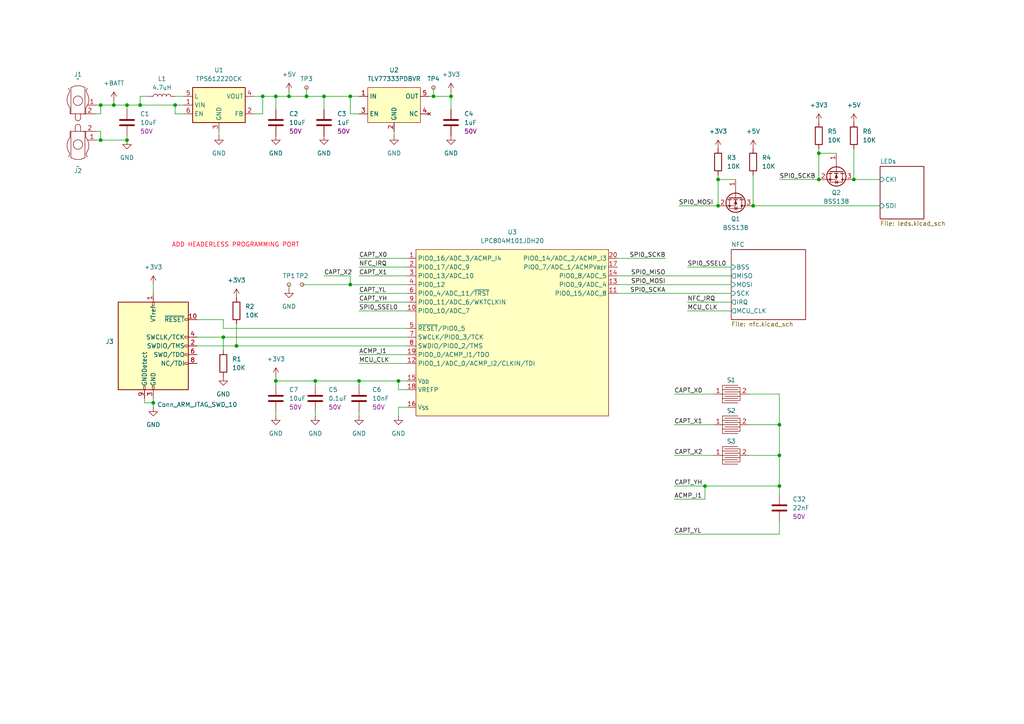
<source format=kicad_sch>
(kicad_sch (version 20231120) (generator "eeschema") (generator_version "8.0")
  (paper "A4")
  (lib_symbols
    (symbol "Connector:Conn_ARM_JTAG_SWD_10" (pin_names (offset 1.016))
      (property "Reference" "J" (at -2.54 16.51 0))
      (property "Value" "Conn_ARM_JTAG_SWD_10" (at -2.54 13.97 0))
      (symbol "Conn_ARM_JTAG_SWD_10_0_1"
        (rectangle (start -10.16 12.7) (end 10.16 -12.7) (stroke (width 0.254)) (fill (type background)))
        (rectangle (start -2.794 -12.7) (end -2.286 -11.684))
        (rectangle (start -0.254 -12.7) (end 0.254 -11.684))
        (rectangle (start -0.254 12.7) (end 0.254 11.684))
        (rectangle (start 9.144 2.286) (end 10.16 2.794))
        (rectangle (start 10.16 -2.794) (end 9.144 -2.286))
        (rectangle (start 10.16 -0.254) (end 9.144 0.254))
        (rectangle (start 10.16 7.874) (end 9.144 7.366))
      )
      (symbol "Conn_ARM_JTAG_SWD_10_1_1"
        (rectangle (start 9.144 -5.334) (end 10.16 -4.826))
        (pin power_in line (at 0 15.24 270) (length 2.54) (name "VTref") (number "1"))
        (pin open_collector line (at 12.7 7.62 180) (length 2.54) (name "~{RESET}") (number "10"))
        (pin bidirectional line (at 12.7 0 180) (length 2.54) (name "SWDIO/TMS") (number "2"))
        (pin power_in line (at 0 -15.24 90) (length 2.54) (name "GND") (number "3"))
        (pin output line (at 12.7 2.54 180) (length 2.54) (name "SWCLK/TCK") (number "4"))
        (pin passive line (at 0 -15.24 90) (length 2.54) hide (name "GND") (number "5"))
        (pin input line (at 12.7 -2.54 180) (length 2.54) (name "SWO/TDO") (number "6"))
        (pin no_connect line (at -10.16 0 0) (length 2.54) hide (name "KEY") (number "7"))
        (pin output line (at 12.7 -5.08 180) (length 2.54) (name "NC/TDI") (number "8"))
        (pin passive line (at -2.54 -15.24 90) (length 2.54) (name "GNDDetect") (number "9"))
      )
    )
    (symbol "Connector:TestPoint_Small" (pin_numbers hide) (pin_names (offset 0.762) hide)
      (property "Reference" "TP" (at 0 3.81 0))
      (property "Value" "TestPoint_Small" (at 0 2.032 0))
      (symbol "TestPoint_Small_0_1"
        (circle (center 0 0) (radius 0.508))
      )
      (symbol "TestPoint_Small_1_1"
        (pin passive line (at 0 0 90) (length 0) (name "1") (number "1"))
      )
    )
    (symbol "Device:C" (pin_numbers hide) (pin_names (offset 0.254))
      (property "Reference" "C" (at 0.635 2.54 0))
      (property "Value" "C" (at 0.635 -2.54 0))
      (symbol "C_0_1"
        (polyline (pts (xy -2.032 -0.762) (xy 2.032 -0.762)) (stroke (width 0.508)))
        (polyline (pts (xy -2.032 0.762) (xy 2.032 0.762)) (stroke (width 0.508)))
      )
      (symbol "C_1_1"
        (pin passive line (at 0 3.81 270) (length 2.794) (name "~") (number "1"))
        (pin passive line (at 0 -3.81 90) (length 2.794) (name "~") (number "2"))
      )
    )
    (symbol "Device:L" (pin_numbers hide) (pin_names (offset 1.016) hide)
      (property "Reference" "L" (at -1.27 0 90))
      (property "Value" "L" (at 1.905 0 90))
      (symbol "L_0_1"
        (arc (start 0 -2.54) (mid 0.6323 -1.905) (end 0 -1.27))
        (arc (start 0 -1.27) (mid 0.6323 -0.635) (end 0 0))
        (arc (start 0 0) (mid 0.6323 0.635) (end 0 1.27))
        (arc (start 0 1.27) (mid 0.6323 1.905) (end 0 2.54))
      )
      (symbol "L_1_1"
        (pin passive line (at 0 3.81 270) (length 1.27) (name "1") (number "1"))
        (pin passive line (at 0 -3.81 90) (length 1.27) (name "2") (number "2"))
      )
    )
    (symbol "Device:R" (pin_numbers hide) (pin_names (offset 0))
      (property "Reference" "R" (at 2.032 0 90))
      (property "Value" "R" (at 0 0 90))
      (symbol "R_0_1"
        (rectangle (start -1.016 -2.54) (end 1.016 2.54) (stroke (width 0.254)))
      )
      (symbol "R_1_1"
        (pin passive line (at 0 3.81 270) (length 1.27) (name "~") (number "1"))
        (pin passive line (at 0 -3.81 90) (length 1.27) (name "~") (number "2"))
      )
    )
    (symbol "Regulator_Switching:TPS61222DCK"
      (property "Reference" "U" (at -7.62 6.35 0))
      (property "Value" "TPS61222DCK" (at 2.54 6.35 0))
      (symbol "TPS61222DCK_0_1"
        (rectangle (start -7.62 5.08) (end 7.62 -5.08) (stroke (width 0.254)) (fill (type background)))
      )
      (symbol "TPS61222DCK_1_1"
        (pin power_in line (at -10.16 0 0) (length 2.54) (name "VIN") (number "1"))
        (pin input line (at 10.16 -2.54 180) (length 2.54) (name "FB") (number "2"))
        (pin power_in line (at 0 -7.62 90) (length 2.54) (name "GND") (number "3"))
        (pin power_out line (at 10.16 2.54 180) (length 2.54) (name "VOUT") (number "4"))
        (pin power_in line (at -10.16 2.54 0) (length 2.54) (name "L") (number "5"))
        (pin input line (at -10.16 -2.54 0) (length 2.54) (name "EN") (number "6"))
      )
    )
    (symbol "Transistor_FET:BSS138" (pin_names hide)
      (property "Reference" "Q" (at 5.08 1.905 0))
      (property "Value" "BSS138" (at 5.08 0 0))
      (symbol "BSS138_0_1"
        (polyline (pts (xy 0.254 0) (xy -2.54 0)))
        (polyline (pts (xy 0.254 1.905) (xy 0.254 -1.905)) (stroke (width 0.254)))
        (polyline (pts (xy 0.762 -1.27) (xy 0.762 -2.286)) (stroke (width 0.254)))
        (polyline (pts (xy 0.762 0.508) (xy 0.762 -0.508)) (stroke (width 0.254)))
        (polyline (pts (xy 0.762 2.286) (xy 0.762 1.27)) (stroke (width 0.254)))
        (polyline (pts (xy 2.54 2.54) (xy 2.54 1.778)))
        (polyline (pts (xy 2.54 -2.54) (xy 2.54 0) (xy 0.762 0)))
        (polyline (pts (xy 0.762 -1.778) (xy 3.302 -1.778) (xy 3.302 1.778) (xy 0.762 1.778)))
        (polyline (pts (xy 1.016 0) (xy 2.032 0.381) (xy 2.032 -0.381) (xy 1.016 0)) (fill (type outline)))
        (polyline (pts (xy 2.794 0.508) (xy 2.921 0.381) (xy 3.683 0.381) (xy 3.81 0.254)))
        (polyline (pts (xy 3.302 0.381) (xy 2.921 -0.254) (xy 3.683 -0.254) (xy 3.302 0.381)))
        (circle (center 1.651 0) (radius 2.794) (stroke (width 0.254)))
        (circle (center 2.54 -1.778) (radius 0.254) (fill (type outline)))
        (circle (center 2.54 1.778) (radius 0.254) (fill (type outline)))
      )
      (symbol "BSS138_1_1"
        (pin input line (at -5.08 0 0) (length 2.54) (name "G") (number "1"))
        (pin passive line (at 2.54 -5.08 90) (length 2.54) (name "S") (number "2"))
        (pin passive line (at 2.54 5.08 270) (length 2.54) (name "D") (number "3"))
      )
    )
    (symbol "parts:CapTouchPad"
      (property "Reference" "S" (at 0 3.81 0))
      (symbol "CapTouchPad_0_1"
        (polyline (pts (xy -1.905 -0.635) (xy 2.54 -0.635)))
        (polyline (pts (xy -1.905 0.635) (xy 2.54 0.635)))
        (polyline (pts (xy 1.905 -1.27) (xy -2.54 -1.27)))
        (polyline (pts (xy 1.905 0) (xy -2.54 0)))
        (polyline (pts (xy 1.905 1.27) (xy -2.54 1.27)))
        (polyline (pts (xy -2.54 0) (xy -2.54 -2.54) (xy 1.905 -2.54)))
        (polyline (pts (xy -2.54 0) (xy -2.54 2.54) (xy 1.905 2.54)))
        (polyline (pts (xy -1.905 1.905) (xy 2.54 1.905) (xy 2.54 -1.905) (xy -1.905 -1.905)))
      )
      (symbol "CapTouchPad_1_1"
        (pin passive line (at -5.08 0 0) (length 2.54) (name "") (number "1"))
        (pin passive line (at 5.08 0 180) (length 2.54) (name "") (number "2"))
      )
    )
    (symbol "parts:Keystone82"
      (property "Reference" "J" (at 2.032 5.842 0))
      (symbol "Keystone82_0_1"
        (arc (start -5.3339 3.556) (mid -5.1979 4.2436) (end -5.5879 4.826))
        (arc (start -5.334 3.556) (mid -5.9436 1.3537) (end -5.08 -0.762))
        (arc (start -3.556 -3.81) (mid -2.794 -4.572) (end -2.032 -3.81))
        (circle (center -2.794 1.27) (radius 1.3678))
        (arc (start -0.508 -0.762) (mid 0.3556 1.3537) (end -0.254 3.556))
        (polyline (pts (xy -4.826 5.08) (xy -4.826 -2.54)))
        (polyline (pts (xy -3.556 -2.54) (xy -3.556 -3.81)))
        (polyline (pts (xy -2.032 -3.81) (xy -2.032 -2.54)))
        (polyline (pts (xy -5.08 -0.762) (xy -5.08 -2.54) (xy -0.508 -2.54) (xy -0.508 -0.762)))
        (polyline (pts (xy -0.762 -2.54) (xy -0.762 5.08) (xy -2.032 5.588) (xy -3.556 5.588) (xy -4.826 5.08)))
        (arc (start 0 4.826) (mid -0.39 4.2436) (end -0.254 3.556))
      )
      (symbol "Keystone82_1_1"
        (pin power_out line (at 2.54 0 180) (length 2.54) (name "") (number "1"))
        (pin power_out line (at 2.54 -2.54 180) (length 3.81) (name "") (number "2"))
      )
    )
    (symbol "parts:LPC804M101JDH20"
      (property "Reference" "U" (at 0.254 7.874 0))
      (property "Value" "LPC804M101JDH20" (at 0 5.334 0))
      (symbol "LPC804M101JDH20_1_1"
        (rectangle (start -27.94 2.54) (end 27.94 -45.72) (fill (type background)))
        (pin bidirectional line (at -30.48 0 0) (length 2.54) (name "PIO0_16/ADC_3/ACMP_I4") (number "1"))
        (pin bidirectional line (at -30.48 -15.24 0) (length 2.54) (name "PIO0_10/ADC_7") (number "10"))
        (pin bidirectional line (at 30.48 -10.16 180) (length 2.54) (name "PIO0_15/ADC_8") (number "11"))
        (pin bidirectional line (at -30.48 -30.48 0) (length 2.54) (name "PIO0_1/ADC_0/ACMP_I2/CLKIN/TDI") (number "12"))
        (pin bidirectional line (at 30.48 -7.62 180) (length 2.54) (name "PIO0_9/ADC_4") (number "13"))
        (pin bidirectional line (at 30.48 -5.08 180) (length 2.54) (name "PIO0_8/ADC_5") (number "14"))
        (pin power_in line (at -30.48 -35.56 0) (length 2.54) (name "V_{DD}") (number "15"))
        (pin power_in line (at -30.48 -43.18 0) (length 2.54) (name "V_{SS}") (number "16"))
        (pin bidirectional line (at 30.48 -2.54 180) (length 2.54) (name "PIO0_7/ADC_1/ACMPV_{REF}") (number "17"))
        (pin bidirectional line (at -30.48 -38.1 0) (length 2.54) (name "VREFP") (number "18"))
        (pin bidirectional line (at -30.48 -27.94 0) (length 2.54) (name "PIO0_0/ACMP_I1/TDO") (number "19"))
        (pin bidirectional line (at -30.48 -2.54 0) (length 2.54) (name "PIO0_17/ADC_9") (number "2"))
        (pin bidirectional line (at 30.48 0 180) (length 2.54) (name "PIO0_14/ADC_2/ACMP_I3") (number "20"))
        (pin bidirectional line (at -30.48 -5.08 0) (length 2.54) (name "PIO0_13/ADC_10") (number "3"))
        (pin bidirectional line (at -30.48 -7.62 0) (length 2.54) (name "PIO0_12") (number "4"))
        (pin bidirectional line (at -30.48 -20.32 0) (length 2.54) (name "~{RESET}/PIO0_5") (number "5"))
        (pin bidirectional line (at -30.48 -10.16 0) (length 2.54) (name "PIO0_4/ADC_11/~{TRST}") (number "6"))
        (pin bidirectional line (at -30.48 -22.86 0) (length 2.54) (name "SWCLK/PIO0_3/TCK") (number "7"))
        (pin bidirectional line (at -30.48 -25.4 0) (length 2.54) (name "SWDIO/PIO0_2/TMS") (number "8"))
        (pin bidirectional line (at -30.48 -12.7 0) (length 2.54) (name "PIO0_11/ADC_6/WKTCLKIN") (number "9"))
      )
    )
    (symbol "parts:TLV77333PDBVR"
      (property "Reference" "U" (at -4.572 4.064 0))
      (property "Value" "TLV77333PDBVR" (at 0 0 0))
      (symbol "TLV77333PDBVR_1_1"
        (rectangle (start -7.62 2.54) (end 7.62 -7.62) (fill (type background)))
        (pin power_in line (at -10.16 0 0) (length 2.54) (name "IN") (number "1"))
        (pin power_in line (at 0 -10.16 90) (length 2.54) (name "GND") (number "2"))
        (pin input line (at -10.16 -5.08 0) (length 2.54) (name "EN") (number "3"))
        (pin no_connect line (at 10.16 -5.08 180) (length 2.54) (name "NC") (number "4"))
        (pin power_out line (at 10.16 0 180) (length 2.54) (name "OUT") (number "5"))
      )
    )
    (symbol "power:+3V3" (power) (pin_numbers hide) (pin_names (offset 0) hide)
      (property "Value" "+3V3" (at 0 3.556 0))
      (symbol "+3V3_0_1"
        (polyline (pts (xy -0.762 1.27) (xy 0 2.54)))
        (polyline (pts (xy 0 0) (xy 0 2.54)))
        (polyline (pts (xy 0 2.54) (xy 0.762 1.27)))
      )
      (symbol "+3V3_1_1"
        (pin power_in line (at 0 0 90) (length 0) (name "~") (number "1"))
      )
    )
    (symbol "power:+5V" (power) (pin_numbers hide) (pin_names (offset 0) hide)
      (property "Value" "+5V" (at 0 3.556 0))
      (symbol "+5V_0_1"
        (polyline (pts (xy -0.762 1.27) (xy 0 2.54)))
        (polyline (pts (xy 0 0) (xy 0 2.54)))
        (polyline (pts (xy 0 2.54) (xy 0.762 1.27)))
      )
      (symbol "+5V_1_1"
        (pin power_in line (at 0 0 90) (length 0) (name "~") (number "1"))
      )
    )
    (symbol "power:+BATT" (power) (pin_numbers hide) (pin_names (offset 0) hide)
      (property "Value" "+BATT" (at 0 3.556 0))
      (symbol "+BATT_0_1"
        (polyline (pts (xy -0.762 1.27) (xy 0 2.54)))
        (polyline (pts (xy 0 0) (xy 0 2.54)))
        (polyline (pts (xy 0 2.54) (xy 0.762 1.27)))
      )
      (symbol "+BATT_1_1"
        (pin power_in line (at 0 0 90) (length 0) (name "~") (number "1"))
      )
    )
    (symbol "power:GND" (power) (pin_numbers hide) (pin_names (offset 0) hide)
      (property "Value" "GND" (at 0 -3.81 0))
      (symbol "GND_0_1"
        (polyline (pts (xy 0 0) (xy 0 -1.27) (xy 1.27 -1.27) (xy 0 -2.54) (xy -1.27 -1.27) (xy 0 -1.27)))
      )
      (symbol "GND_1_1"
        (pin power_in line (at 0 0 270) (length 0) (name "~") (number "1"))
      )
    )
  )
  (junction (at 91.44 110.49))
  (junction (at 93.98 27.94))
  (junction (at 226.06 123.19))
  (junction (at 36.83 40.64))
  (junction (at 29.21 40.64))
  (junction (at 125.73 27.94))
  (junction (at 226.06 140.97))
  (junction (at 64.77 97.79))
  (junction (at 218.44 59.69))
  (junction (at 29.21 30.48))
  (junction (at 101.6 82.55))
  (junction (at 36.83 30.48))
  (junction (at 115.57 110.49))
  (junction (at 101.6 27.94))
  (junction (at 50.8 30.48))
  (junction (at 44.45 116.84))
  (junction (at 237.49 44.45))
  (junction (at 208.28 52.07))
  (junction (at 83.82 27.94))
  (junction (at 237.49 52.07))
  (junction (at 88.9 27.94))
  (junction (at 204.47 140.97))
  (junction (at 80.01 27.94))
  (junction (at 40.64 30.48))
  (junction (at 130.81 27.94))
  (junction (at 76.2 27.94))
  (junction (at 33.02 30.48))
  (junction (at 104.14 110.49))
  (junction (at 68.58 100.33))
  (junction (at 208.28 59.69))
  (junction (at 80.01 110.49))
  (junction (at 247.65 52.07))
  (junction (at 226.06 132.08))
  (wire (pts (xy 50.8 27.94) (xy 53.34 27.94)))
  (wire (pts (xy 179.07 82.55) (xy 212.09 82.55)))
  (wire (pts (xy 64.77 95.25) (xy 118.11 95.25)))
  (wire (pts (xy 27.94 30.48) (xy 29.21 30.48)))
  (wire (pts (xy 40.64 27.94) (xy 40.64 30.48)))
  (wire (pts (xy 124.46 27.94) (xy 125.73 27.94)))
  (wire (pts (xy 41.91 115.57) (xy 41.91 116.84)))
  (wire (pts (xy 83.82 26.67) (xy 83.82 27.94)))
  (wire (pts (xy 80.01 110.49) (xy 80.01 109.22)))
  (wire (pts (xy 53.34 33.02) (xy 50.8 33.02)))
  (wire (pts (xy 104.14 102.87) (xy 118.11 102.87)))
  (wire (pts (xy 87.63 82.55) (xy 101.6 82.55)))
  (wire (pts (xy 130.81 27.94) (xy 130.81 26.67)))
  (wire (pts (xy 195.58 140.97) (xy 204.47 140.97)))
  (wire (pts (xy 80.01 27.94) (xy 80.01 31.75)))
  (wire (pts (xy 104.14 110.49) (xy 104.14 111.76)))
  (wire (pts (xy 226.06 52.07) (xy 237.49 52.07)))
  (wire (pts (xy 73.66 33.02) (xy 76.2 33.02)))
  (wire (pts (xy 101.6 82.55) (xy 118.11 82.55)))
  (wire (pts (xy 104.14 77.47) (xy 118.11 77.47)))
  (wire (pts (xy 179.07 85.09) (xy 212.09 85.09)))
  (wire (pts (xy 88.9 25.4) (xy 88.9 27.94)))
  (wire (pts (xy 115.57 113.03) (xy 115.57 110.49)))
  (wire (pts (xy 80.01 27.94) (xy 83.82 27.94)))
  (wire (pts (xy 104.14 87.63) (xy 118.11 87.63)))
  (wire (pts (xy 88.9 27.94) (xy 93.98 27.94)))
  (wire (pts (xy 199.39 87.63) (xy 212.09 87.63)))
  (wire (pts (xy 104.14 80.01) (xy 118.11 80.01)))
  (wire (pts (xy 217.17 114.3) (xy 226.06 114.3)))
  (wire (pts (xy 91.44 119.38) (xy 91.44 120.65)))
  (wire (pts (xy 29.21 40.64) (xy 36.83 40.64)))
  (wire (pts (xy 91.44 110.49) (xy 91.44 111.76)))
  (wire (pts (xy 27.94 40.64) (xy 29.21 40.64)))
  (wire (pts (xy 226.06 132.08) (xy 226.06 140.97)))
  (wire (pts (xy 247.65 52.07) (xy 255.27 52.07)))
  (wire (pts (xy 195.58 114.3) (xy 207.01 114.3)))
  (wire (pts (xy 226.06 123.19) (xy 226.06 132.08)))
  (wire (pts (xy 218.44 50.8) (xy 218.44 59.69)))
  (wire (pts (xy 29.21 33.02) (xy 29.21 30.48)))
  (wire (pts (xy 193.04 74.93) (xy 179.07 74.93)))
  (wire (pts (xy 237.49 43.18) (xy 237.49 44.45)))
  (wire (pts (xy 195.58 123.19) (xy 207.01 123.19)))
  (wire (pts (xy 101.6 33.02) (xy 101.6 27.94)))
  (wire (pts (xy 104.14 74.93) (xy 118.11 74.93)))
  (wire (pts (xy 247.65 43.18) (xy 247.65 52.07)))
  (wire (pts (xy 104.14 110.49) (xy 115.57 110.49)))
  (wire (pts (xy 226.06 114.3) (xy 226.06 123.19)))
  (wire (pts (xy 104.14 105.41) (xy 118.11 105.41)))
  (wire (pts (xy 115.57 118.11) (xy 118.11 118.11)))
  (wire (pts (xy 237.49 44.45) (xy 237.49 52.07)))
  (wire (pts (xy 125.73 27.94) (xy 130.81 27.94)))
  (wire (pts (xy 33.02 30.48) (xy 33.02 29.21)))
  (wire (pts (xy 57.15 100.33) (xy 68.58 100.33)))
  (wire (pts (xy 204.47 144.78) (xy 204.47 140.97)))
  (wire (pts (xy 196.85 59.69) (xy 208.28 59.69)))
  (wire (pts (xy 199.39 90.17) (xy 212.09 90.17)))
  (wire (pts (xy 115.57 120.65) (xy 115.57 118.11)))
  (wire (pts (xy 80.01 110.49) (xy 91.44 110.49)))
  (wire (pts (xy 68.58 93.98) (xy 68.58 100.33)))
  (wire (pts (xy 76.2 33.02) (xy 76.2 27.94)))
  (wire (pts (xy 101.6 80.01) (xy 101.6 82.55)))
  (wire (pts (xy 27.94 38.1) (xy 29.21 38.1)))
  (wire (pts (xy 226.06 140.97) (xy 226.06 143.51)))
  (wire (pts (xy 63.5 38.1) (xy 63.5 39.37)))
  (wire (pts (xy 29.21 30.48) (xy 33.02 30.48)))
  (wire (pts (xy 44.45 82.55) (xy 44.45 85.09)))
  (wire (pts (xy 83.82 82.55) (xy 83.82 83.82)))
  (wire (pts (xy 101.6 27.94) (xy 104.14 27.94)))
  (wire (pts (xy 104.14 33.02) (xy 101.6 33.02)))
  (wire (pts (xy 115.57 110.49) (xy 118.11 110.49)))
  (wire (pts (xy 64.77 101.6) (xy 64.77 97.79)))
  (wire (pts (xy 80.01 110.49) (xy 80.01 111.76)))
  (wire (pts (xy 57.15 92.71) (xy 64.77 92.71)))
  (wire (pts (xy 50.8 33.02) (xy 50.8 30.48)))
  (wire (pts (xy 93.98 27.94) (xy 93.98 31.75)))
  (wire (pts (xy 104.14 85.09) (xy 118.11 85.09)))
  (wire (pts (xy 208.28 50.8) (xy 208.28 52.07)))
  (wire (pts (xy 93.98 80.01) (xy 101.6 80.01)))
  (wire (pts (xy 226.06 154.94) (xy 226.06 151.13)))
  (wire (pts (xy 218.44 59.69) (xy 255.27 59.69)))
  (wire (pts (xy 76.2 27.94) (xy 80.01 27.94)))
  (wire (pts (xy 57.15 97.79) (xy 64.77 97.79)))
  (wire (pts (xy 195.58 132.08) (xy 207.01 132.08)))
  (wire (pts (xy 208.28 52.07) (xy 208.28 59.69)))
  (wire (pts (xy 195.58 154.94) (xy 226.06 154.94)))
  (wire (pts (xy 93.98 27.94) (xy 101.6 27.94)))
  (wire (pts (xy 104.14 119.38) (xy 104.14 120.65)))
  (wire (pts (xy 118.11 113.03) (xy 115.57 113.03)))
  (wire (pts (xy 80.01 119.38) (xy 80.01 120.65)))
  (wire (pts (xy 217.17 132.08) (xy 226.06 132.08)))
  (wire (pts (xy 125.73 25.4) (xy 125.73 27.94)))
  (wire (pts (xy 195.58 144.78) (xy 204.47 144.78)))
  (wire (pts (xy 204.47 140.97) (xy 226.06 140.97)))
  (wire (pts (xy 68.58 100.33) (xy 118.11 100.33)))
  (wire (pts (xy 179.07 80.01) (xy 212.09 80.01)))
  (wire (pts (xy 36.83 30.48) (xy 33.02 30.48)))
  (wire (pts (xy 114.3 38.1) (xy 114.3 39.37)))
  (wire (pts (xy 217.17 123.19) (xy 226.06 123.19)))
  (wire (pts (xy 199.39 77.47) (xy 212.09 77.47)))
  (wire (pts (xy 130.81 27.94) (xy 130.81 31.75)))
  (wire (pts (xy 53.34 30.48) (xy 50.8 30.48)))
  (wire (pts (xy 208.28 52.07) (xy 213.36 52.07)))
  (wire (pts (xy 50.8 30.48) (xy 40.64 30.48)))
  (wire (pts (xy 44.45 115.57) (xy 44.45 116.84)))
  (wire (pts (xy 40.64 30.48) (xy 36.83 30.48)))
  (wire (pts (xy 44.45 116.84) (xy 44.45 118.11)))
  (wire (pts (xy 27.94 33.02) (xy 29.21 33.02)))
  (wire (pts (xy 64.77 92.71) (xy 64.77 95.25)))
  (wire (pts (xy 36.83 30.48) (xy 36.83 31.75)))
  (wire (pts (xy 73.66 27.94) (xy 76.2 27.94)))
  (wire (pts (xy 43.18 27.94) (xy 40.64 27.94)))
  (wire (pts (xy 237.49 44.45) (xy 242.57 44.45)))
  (wire (pts (xy 41.91 116.84) (xy 44.45 116.84)))
  (wire (pts (xy 104.14 110.49) (xy 91.44 110.49)))
  (wire (pts (xy 36.83 39.37) (xy 36.83 40.64)))
  (wire (pts (xy 29.21 38.1) (xy 29.21 40.64)))
  (wire (pts (xy 104.14 90.17) (xy 118.11 90.17)))
  (wire (pts (xy 64.77 97.79) (xy 118.11 97.79)))
  (wire (pts (xy 83.82 27.94) (xy 88.9 27.94)))
  (text "ADD HEADERLESS PROGRAMMING PORT" (at 68.326 71.12 0) (effects (font (size 1.27 1.27))))
  (label "SPI0_MISO" (at 193.04 80.01 180))
  (label "SPI0_SSEL0" (at 104.14 90.17 0))
  (label "CAPT_YH" (at 104.14 87.63 0))
  (label "CAPT_YL" (at 195.58 154.94 0))
  (label "SPI0_MOSI" (at 193.04 82.55 180))
  (label "CAPT_X1" (at 104.14 80.01 0))
  (label "NFC_IRQ" (at 199.39 87.63 0))
  (label "SPI0_SSEL0" (at 199.39 77.47 0))
  (label "SPI0_MOSI" (at 196.85 59.69 0))
  (label "CAPT_X2" (at 93.98 80.01 0))
  (label "CAPT_X1" (at 195.58 123.19 0))
  (label "SPI0_SCKB" (at 226.06 52.07 0))
  (label "CAPT_YL" (at 104.14 85.09 0))
  (label "SPI0_SCKA" (at 193.04 85.09 180))
  (label "CAPT_X0" (at 195.58 114.3 0))
  (label "ACMP_I1" (at 195.58 144.78 0))
  (label "SPI0_SCKB" (at 193.04 74.93 180))
  (label "CAPT_X2" (at 195.58 132.08 0))
  (label "NFC_IRQ" (at 104.14 77.47 0))
  (label "MCU_CLK" (at 199.39 90.17 0))
  (label "MCU_CLK" (at 104.14 105.41 0))
  (label "ACMP_I1" (at 104.14 102.87 0))
  (label "CAPT_YH" (at 195.58 140.97 0))
  (label "CAPT_X0" (at 104.14 74.93 0))
  (symbol (lib_id "power:+3V3") (at 208.28 43.18 0) (unit 1)
    (property "Reference" "#PWR044" (effects (hide yes)))
    (property "Value" "+3V3" (at 208.28 38.1 0))
    (property "Description" "Power symbol creates a global label with name \"+3V3\"" (effects (hide yes)))
  )
  (symbol (lib_id "Device:R") (at 218.44 46.99 0) (unit 1)
    (property "Reference" "R4" (at 220.98 45.7199 0) (effects (justify left)))
    (property "Value" "10K" (at 220.98 48.2599 0) (effects (justify left)))
    (property "Footprint" "Resistor_SMD:R_0805_2012Metric" (effects (hide yes)))
    (property "Description" "Resistor" (effects (hide yes)))
    (property "MFPN" "0805W8F1002T5E" (effects (hide yes)))
  )
  (symbol (lib_id "Connector:TestPoint_Small") (at 83.82 82.55 90) (unit 1)
    (property "Reference" "TP1" (at 83.82 80.01 90))
    (property "Value" "TestPoint_Small" (effects (hide yes)))
    (property "Footprint" "TestPoint:TestPoint_Pad_D2.0mm" (effects (hide yes)))
    (property "Description" "test point" (effects (hide yes)))
  )
  (symbol (lib_id "parts:Keystone82") (at 25.4 40.64 0) (mirror x) (unit 1)
    (property "Reference" "J2" (at 22.606 49.53 0))
    (property "Value" "~" (at 22.606 48.26 0))
    (property "Footprint" "footprints:Keystone82" (effects (hide yes)))
  )
  (symbol (lib_id "power:GND") (at 64.77 109.22 0) (unit 1)
    (property "Reference" "#PWR012" (effects (hide yes)))
    (property "Value" "GND" (at 64.77 114.3 0))
    (property "Description" "Power symbol creates a global label with name \"GND\" , ground" (effects (hide yes)))
  )
  (symbol (lib_id "Transistor_FET:BSS138") (at 242.57 49.53 270) (unit 1)
    (property "Reference" "Q2" (at 242.57 55.88 90))
    (property "Value" "BSS138" (at 242.57 58.42 90))
    (property "Footprint" "Package_TO_SOT_SMD:SOT-23" (effects (hide yes)))
    (property "Datasheet" "https://www.onsemi.com/pub/Collateral/BSS138-D.PDF" (effects (hide yes)))
    (property "Description" "50V Vds, 0.22A Id, N-Channel MOSFET, SOT-23" (effects (hide yes)))
  )
  (symbol (lib_id "Device:R") (at 68.58 90.17 0) (unit 1)
    (property "Reference" "R2" (at 71.12 88.8999 0) (effects (justify left)))
    (property "Value" "10K" (at 71.12 91.4399 0) (effects (justify left)))
    (property "Footprint" "Resistor_SMD:R_0805_2012Metric" (effects (hide yes)))
    (property "Description" "Resistor" (effects (hide yes)))
    (property "MFPN" "0805W8F1002T5E" (effects (hide yes)))
  )
  (symbol (lib_id "power:+5V") (at 247.65 35.56 0) (unit 1)
    (property "Reference" "#PWR047" (effects (hide yes)))
    (property "Value" "+5V" (at 247.65 30.48 0))
    (property "Description" "Power symbol creates a global label with name \"+5V\"" (effects (hide yes)))
  )
  (symbol (lib_id "power:GND") (at 130.81 39.37 0) (unit 1)
    (property "Reference" "#PWR09" (effects (hide yes)))
    (property "Value" "GND" (at 130.81 44.45 0))
    (property "Description" "Power symbol creates a global label with name \"GND\" , ground" (effects (hide yes)))
  )
  (symbol (lib_id "power:+3V3") (at 68.58 86.36 0) (unit 1)
    (property "Reference" "#PWR013" (effects (hide yes)))
    (property "Value" "+3V3" (at 68.58 81.28 0))
    (property "Description" "Power symbol creates a global label with name \"+3V3\"" (effects (hide yes)))
  )
  (symbol (lib_id "Device:C") (at 93.98 35.56 0) (unit 1)
    (property "Reference" "C3" (at 97.79 33.0199 0) (effects (justify left)))
    (property "Value" "1uF" (at 97.79 35.5599 0) (effects (justify left)))
    (property "Footprint" "Capacitor_SMD:C_0805_2012Metric" (effects (hide yes)))
    (property "Description" "Unpolarized capacitor" (effects (hide yes)))
    (property "MFPN" "CL21B105KBFNNNE" (effects (hide yes)))
    (property "Voltage" "50V" (at 97.79 38.0999 0) (effects (justify left)))
    (property "$/1,10,100" "0.170,0.068,0.044" (effects (hide yes)))
  )
  (symbol (lib_id "Device:R") (at 64.77 105.41 180) (unit 1)
    (property "Reference" "R1" (at 67.31 104.1399 0) (effects (justify right)))
    (property "Value" "10K" (at 67.31 106.6799 0) (effects (justify right)))
    (property "Footprint" "Resistor_SMD:R_0805_2012Metric" (effects (hide yes)))
    (property "Description" "Resistor" (effects (hide yes)))
    (property "MFPN" "0805W8F1002T5E" (effects (hide yes)))
  )
  (symbol (lib_id "power:GND") (at 80.01 120.65 0) (unit 1)
    (property "Reference" "#PWR018" (effects (hide yes)))
    (property "Value" "GND" (at 80.01 125.73 0))
    (property "Description" "Power symbol creates a global label with name \"GND\" , ground" (effects (hide yes)))
  )
  (symbol (lib_id "power:+3V3") (at 237.49 35.56 0) (unit 1)
    (property "Reference" "#PWR046" (effects (hide yes)))
    (property "Value" "+3V3" (at 237.49 30.48 0))
    (property "Description" "Power symbol creates a global label with name \"+3V3\"" (effects (hide yes)))
  )
  (symbol (lib_id "Connector:TestPoint_Small") (at 88.9 25.4 90) (unit 1)
    (property "Reference" "TP3" (at 88.9 22.86 90))
    (property "Value" "TestPoint_Small" (effects (hide yes)))
    (property "Footprint" "TestPoint:TestPoint_Pad_D2.0mm" (effects (hide yes)))
    (property "Description" "test point" (effects (hide yes)))
  )
  (symbol (lib_id "Device:C") (at 36.83 35.56 180) (unit 1)
    (property "Reference" "C1" (at 40.64 33.0199 0) (effects (justify right)))
    (property "Value" "10uF" (at 40.64 35.5599 0) (effects (justify right)))
    (property "Footprint" "Capacitor_SMD:C_0805_2012Metric" (effects (hide yes)))
    (property "Description" "Unpolarized capacitor" (effects (hide yes)))
    (property "MFPN" " GRM21BR61H106KE43L" (effects (hide yes)))
    (property "Voltage" "50V" (at 40.64 38.0999 0) (effects (justify right)))
    (property "$/1,10,100" "0.110,0.042,0.027" (effects (hide yes)))
  )
  (symbol (lib_id "Regulator_Switching:TPS61222DCK") (at 63.5 30.48 0) (unit 1)
    (property "Reference" "U1" (at 63.5 20.32 0))
    (property "Value" "TPS61222DCK" (at 63.5 22.86 0))
    (property "Footprint" "Package_TO_SOT_SMD:Texas_R-PDSO-G6" (effects (hide yes)))
    (property "Datasheet" "http://www.ti.com/lit/ds/symlink/tps61220.pdf" (effects (hide yes)))
    (property "Description" "400 mA Step-Up Converter, Fixed 5V Output Voltage, 0.7-5.5V Input Voltage, SC-70" (effects (hide yes)))
    (property "$/1,10,100" "1.080, 0.704, 0.582" (effects (hide yes)))
  )
  (symbol (lib_id "Connector:Conn_ARM_JTAG_SWD_10") (at 44.45 100.33 0) (unit 1)
    (property "Reference" "J3" (at 33.02 99.0599 0) (effects (justify right)))
    (property "Value" "Conn_ARM_JTAG_SWD_10" (at 68.834 117.348 0) (effects (justify right)))
    (property "Footprint" "Capacitor_SMD:C_0805_2012Metric" (effects (hide yes)))
    (property "Datasheet" "http://infocenter.arm.com/help/topic/com.arm.doc.ddi0314h/DDI0314H_coresight_components_trm.pdf" (effects (hide yes)))
    (property "Description" "Cortex Debug Connector, standard ARM Cortex-M SWD and JTAG interface" (effects (hide yes)))
    (property "MFPN" " FTSH-105-01-L-DV-007-K " (effects (hide yes)))
  )
  (symbol (lib_id "Device:C") (at 130.81 35.56 0) (unit 1)
    (property "Reference" "C4" (at 134.62 33.0199 0) (effects (justify left)))
    (property "Value" "1uF" (at 134.62 35.5599 0) (effects (justify left)))
    (property "Footprint" "Capacitor_SMD:C_0805_2012Metric" (effects (hide yes)))
    (property "Description" "Unpolarized capacitor" (effects (hide yes)))
    (property "MFPN" "CL21B105KBFNNNE" (effects (hide yes)))
    (property "Voltage" "50V" (at 134.62 38.0999 0) (effects (justify left)))
    (property "$/1,10,100" "0.170,0.068,0.044" (effects (hide yes)))
  )
  (symbol (lib_id "parts:Keystone82") (at 25.4 30.48 0) (unit 1)
    (property "Reference" "J1" (at 22.606 21.59 0))
    (property "Value" "~" (at 22.606 22.86 0))
    (property "Footprint" "footprints:Keystone82" (effects (hide yes)))
  )
  (symbol (lib_id "parts:CapTouchPad") (at 212.09 132.08 0) (unit 1)
    (property "Reference" "S3" (at 212.09 128.016 0))
    (property "Value" "~" (at 212.09 128.27 0))
  )
  (symbol (lib_id "parts:LPC804M101JDH20") (at 148.59 74.93 0) (unit 1)
    (property "Reference" "U3" (at 148.59 67.31 0))
    (property "Value" "LPC804M101JDH20" (at 148.59 69.85 0))
    (property "Footprint" "Package_SO:TSSOP-20_4.4x6.5mm_P0.65mm" (effects (hide yes)))
    (property "Datasheet" "https://www.nxp.com/docs/en/nxp/data-sheets/LPC804_DS.pdf" (effects (hide yes)))
    (property "$/1,10,100" "0.798,0.798,0.798" (effects (hide yes)))
  )
  (symbol (lib_id "Device:R") (at 237.49 39.37 0) (unit 1)
    (property "Reference" "R5" (at 240.03 38.0999 0) (effects (justify left)))
    (property "Value" "10K" (at 240.03 40.6399 0) (effects (justify left)))
    (property "Footprint" "Resistor_SMD:R_0805_2012Metric" (effects (hide yes)))
    (property "Description" "Resistor" (effects (hide yes)))
    (property "MFPN" "0805W8F1002T5E" (effects (hide yes)))
  )
  (symbol (lib_id "Connector:TestPoint_Small") (at 87.63 82.55 90) (unit 1)
    (property "Reference" "TP2" (at 87.63 80.01 90))
    (property "Value" "TestPoint_Small" (effects (hide yes)))
    (property "Footprint" "TestPoint:TestPoint_Pad_D2.0mm" (effects (hide yes)))
    (property "Description" "test point" (effects (hide yes)))
  )
  (symbol (lib_id "power:GND") (at 63.5 39.37 0) (unit 1)
    (property "Reference" "#PWR03" (effects (hide yes)))
    (property "Value" "GND" (at 63.5 44.45 0))
    (property "Description" "Power symbol creates a global label with name \"GND\" , ground" (effects (hide yes)))
  )
  (symbol (lib_id "power:+3V3") (at 130.81 26.67 0) (unit 1)
    (property "Reference" "#PWR07" (effects (hide yes)))
    (property "Value" "+3V3" (at 130.81 21.59 0))
    (property "Description" "Power symbol creates a global label with name \"+3V3\"" (effects (hide yes)))
  )
  (symbol (lib_id "power:+5V") (at 83.82 26.67 0) (unit 1)
    (property "Reference" "#PWR05" (effects (hide yes)))
    (property "Value" "+5V" (at 83.82 21.59 0))
    (property "Description" "Power symbol creates a global label with name \"+5V\"" (effects (hide yes)))
  )
  (symbol (lib_id "Device:C") (at 104.14 115.57 0) (unit 1)
    (property "Reference" "C6" (at 107.95 113.0299 0) (effects (justify left)))
    (property "Value" "10nF" (at 107.95 115.5699 0) (effects (justify left)))
    (property "Footprint" "Capacitor_SMD:C_0603_1608Metric" (effects (hide yes)))
    (property "Description" "Unpolarized capacitor" (effects (hide yes)))
    (property "MFPN" "CC0603KRX7R9BB103" (effects (hide yes)))
    (property "Voltage" "50V" (at 107.95 118.1099 0) (effects (justify left)))
  )
  (symbol (lib_id "power:+BATT") (at 33.02 29.21 0) (unit 1)
    (property "Reference" "#PWR04" (effects (hide yes)))
    (property "Value" "+BATT" (at 33.02 24.13 0))
    (property "Description" "Power symbol creates a global label with name \"+BATT\"" (effects (hide yes)))
  )
  (symbol (lib_id "Device:C") (at 80.01 35.56 180) (unit 1)
    (property "Reference" "C2" (at 83.82 33.0199 0) (effects (justify right)))
    (property "Value" "10uF" (at 83.82 35.5599 0) (effects (justify right)))
    (property "Footprint" "Capacitor_SMD:C_0805_2012Metric" (effects (hide yes)))
    (property "Description" "Unpolarized capacitor" (effects (hide yes)))
    (property "MFPN" " GRM21BR61H106KE43L" (effects (hide yes)))
    (property "Voltage" "50V" (at 83.82 38.0999 0) (effects (justify right)))
    (property "$/1,10,100" "0.110,0.042,0.027" (effects (hide yes)))
  )
  (symbol (lib_id "Device:R") (at 208.28 46.99 0) (unit 1)
    (property "Reference" "R3" (at 210.82 45.7199 0) (effects (justify left)))
    (property "Value" "10K" (at 210.82 48.2599 0) (effects (justify left)))
    (property "Footprint" "Resistor_SMD:R_0805_2012Metric" (effects (hide yes)))
    (property "Description" "Resistor" (effects (hide yes)))
    (property "MFPN" "0805W8F1002T5E" (effects (hide yes)))
  )
  (symbol (lib_id "power:GND") (at 104.14 120.65 0) (unit 1)
    (property "Reference" "#PWR017" (effects (hide yes)))
    (property "Value" "GND" (at 104.14 125.73 0))
    (property "Description" "Power symbol creates a global label with name \"GND\" , ground" (effects (hide yes)))
  )
  (symbol (lib_id "Device:C") (at 91.44 115.57 0) (unit 1)
    (property "Reference" "C5" (at 95.25 113.0299 0) (effects (justify left)))
    (property "Value" "0.1uF" (at 95.25 115.5699 0) (effects (justify left)))
    (property "Footprint" "Capacitor_SMD:C_0603_1608Metric" (effects (hide yes)))
    (property "Description" "Unpolarized capacitor" (effects (hide yes)))
    (property "MFPN" "CC0603KRX7R9BB104" (effects (hide yes)))
    (property "Voltage" "50V" (at 95.25 118.1099 0) (effects (justify left)))
  )
  (symbol (lib_id "Device:R") (at 247.65 39.37 0) (unit 1)
    (property "Reference" "R6" (at 250.19 38.0999 0) (effects (justify left)))
    (property "Value" "10K" (at 250.19 40.6399 0) (effects (justify left)))
    (property "Footprint" "Resistor_SMD:R_0805_2012Metric" (effects (hide yes)))
    (property "Description" "Resistor" (effects (hide yes)))
    (property "MFPN" "0805W8F1002T5E" (effects (hide yes)))
  )
  (symbol (lib_id "power:+3V3") (at 80.01 109.22 0) (unit 1)
    (property "Reference" "#PWR016" (effects (hide yes)))
    (property "Value" "+3V3" (at 80.01 104.14 0))
    (property "Description" "Power symbol creates a global label with name \"+3V3\"" (effects (hide yes)))
  )
  (symbol (lib_id "power:GND") (at 36.83 40.64 0) (unit 1)
    (property "Reference" "#PWR01" (effects (hide yes)))
    (property "Value" "GND" (at 36.83 45.72 0))
    (property "Description" "Power symbol creates a global label with name \"GND\" , ground" (effects (hide yes)))
  )
  (symbol (lib_id "power:GND") (at 44.45 118.11 0) (unit 1)
    (property "Reference" "#PWR011" (effects (hide yes)))
    (property "Value" "GND" (at 44.45 123.19 0))
    (property "Description" "Power symbol creates a global label with name \"GND\" , ground" (effects (hide yes)))
  )
  (symbol (lib_id "power:GND") (at 115.57 120.65 0) (unit 1)
    (property "Reference" "#PWR014" (effects (hide yes)))
    (property "Value" "GND" (at 115.57 125.73 0))
    (property "Description" "Power symbol creates a global label with name \"GND\" , ground" (effects (hide yes)))
  )
  (symbol (lib_id "power:+3V3") (at 44.45 82.55 0) (unit 1)
    (property "Reference" "#PWR010" (effects (hide yes)))
    (property "Value" "+3V3" (at 44.45 77.47 0))
    (property "Description" "Power symbol creates a global label with name \"+3V3\"" (effects (hide yes)))
  )
  (symbol (lib_id "Device:C") (at 226.06 147.32 0) (unit 1)
    (property "Reference" "C32" (at 229.87 144.7799 0) (effects (justify left)))
    (property "Value" "22nF" (at 229.87 147.3199 0) (effects (justify left)))
    (property "Footprint" "Capacitor_SMD:C_0805_2012Metric" (effects (hide yes)))
    (property "Description" "Unpolarized capacitor" (effects (hide yes)))
    (property "Voltage" "50V" (at 229.87 149.8599 0) (effects (justify left)))
    (property "MFPN" "CL21B223KBANNNC" (effects (hide yes)))
  )
  (symbol (lib_id "parts:CapTouchPad") (at 212.09 123.19 0) (unit 1)
    (property "Reference" "S2" (at 212.09 119.126 0))
    (property "Value" "~" (at 212.09 119.38 0))
  )
  (symbol (lib_id "power:GND") (at 80.01 39.37 0) (unit 1)
    (property "Reference" "#PWR02" (effects (hide yes)))
    (property "Value" "GND" (at 80.01 44.45 0))
    (property "Description" "Power symbol creates a global label with name \"GND\" , ground" (effects (hide yes)))
  )
  (symbol (lib_id "power:+5V") (at 218.44 43.18 0) (unit 1)
    (property "Reference" "#PWR045" (effects (hide yes)))
    (property "Value" "+5V" (at 218.44 38.1 0))
    (property "Description" "Power symbol creates a global label with name \"+5V\"" (effects (hide yes)))
  )
  (symbol (lib_id "power:GND") (at 91.44 120.65 0) (unit 1)
    (property "Reference" "#PWR015" (effects (hide yes)))
    (property "Value" "GND" (at 91.44 125.73 0))
    (property "Description" "Power symbol creates a global label with name \"GND\" , ground" (effects (hide yes)))
  )
  (symbol (lib_id "power:GND") (at 93.98 39.37 0) (unit 1)
    (property "Reference" "#PWR08" (effects (hide yes)))
    (property "Value" "GND" (at 93.98 44.45 0))
    (property "Description" "Power symbol creates a global label with name \"GND\" , ground" (effects (hide yes)))
  )
  (symbol (lib_id "parts:CapTouchPad") (at 212.09 114.3 0) (unit 1)
    (property "Reference" "S1" (at 212.09 110.236 0))
    (property "Value" "~" (at 212.09 110.49 0))
  )
  (symbol (lib_id "parts:TLV77333PDBVR") (at 114.3 27.94 0) (unit 1)
    (property "Reference" "U2" (at 114.3 20.32 0))
    (property "Value" "TLV77333PDBVR" (at 114.3 22.86 0))
    (property "Footprint" "Package_TO_SOT_SMD:SOT-23-5" (effects (hide yes)))
    (property "Datasheet" "https://www.ti.com/lit/ds/symlink/tlv773.pdf" (effects (hide yes)))
    (property "$/1,10,100" "0.056,0.056,0.036" (effects (hide yes)))
  )
  (symbol (lib_id "Connector:TestPoint_Small") (at 125.73 25.4 90) (unit 1)
    (property "Reference" "TP4" (at 125.73 22.86 90))
    (property "Value" "TestPoint_Small" (effects (hide yes)))
    (property "Footprint" "TestPoint:TestPoint_Pad_D2.0mm" (effects (hide yes)))
    (property "Description" "test point" (effects (hide yes)))
  )
  (symbol (lib_id "power:GND") (at 83.82 83.82 0) (unit 1)
    (property "Reference" "#PWR048" (effects (hide yes)))
    (property "Value" "GND" (at 83.82 88.9 0))
    (property "Description" "Power symbol creates a global label with name \"GND\" , ground" (effects (hide yes)))
  )
  (symbol (lib_id "Device:C") (at 80.01 115.57 180) (unit 1)
    (property "Reference" "C7" (at 83.82 113.0299 0) (effects (justify right)))
    (property "Value" "10uF" (at 83.82 115.5699 0) (effects (justify right)))
    (property "Footprint" "Capacitor_SMD:C_0805_2012Metric" (effects (hide yes)))
    (property "Description" "Unpolarized capacitor" (effects (hide yes)))
    (property "MFPN" " GRM21BR61H106KE43L" (effects (hide yes)))
    (property "Voltage" "50V" (at 83.82 118.1099 0) (effects (justify right)))
    (property "$/1,10,100" "0.110,0.042,0.027" (effects (hide yes)))
  )
  (symbol (lib_id "Device:L") (at 46.99 27.94 90) (unit 1)
    (property "Reference" "L1" (at 46.99 22.86 90))
    (property "Value" "4.7uH" (at 46.99 25.4 90))
    (property "Footprint" "Inductor_SMD:L_Taiyo-Yuden_MD-3030" (effects (hide yes)))
    (property "Datasheet" "https://wmsc.lcsc.com/wmsc/upload/file/pdf/v2/lcsc/2304140030_Taiyo-Yuden-NR3015T4R7M_C87172.pdf" (effects (hide yes)))
    (property "Description" "Inductor" (effects (hide yes)))
    (property "MFPN" "NR3015T4R7M" (effects (hide yes)))
    (property "$/1,10,100" "0.31,0.242,0.1881" (effects (hide yes)))
  )
  (symbol (lib_id "power:GND") (at 114.3 39.37 0) (unit 1)
    (property "Reference" "#PWR06" (effects (hide yes)))
    (property "Value" "GND" (at 114.3 44.45 0))
    (property "Description" "Power symbol creates a global label with name \"GND\" , ground" (effects (hide yes)))
  )
  (symbol (lib_id "Transistor_FET:BSS138") (at 213.36 57.15 270) (unit 1)
    (property "Reference" "Q1" (at 213.36 63.5 90))
    (property "Value" "BSS138" (at 213.36 66.04 90))
    (property "Footprint" "Package_TO_SOT_SMD:SOT-23" (effects (hide yes)))
    (property "Datasheet" "https://www.onsemi.com/pub/Collateral/BSS138-D.PDF" (effects (hide yes)))
    (property "Description" "50V Vds, 0.22A Id, N-Channel MOSFET, SOT-23" (effects (hide yes)))
  )
  (sheet (at 212.09 72.39) (size 21.59 20.32) (stroke (width 0.1524))
    (property "Sheetname" "NFC" (at 212.09 71.6784 0) (effects (justify left bottom)))
    (property "Sheetfile" "nfc.kicad_sch" (at 212.09 93.2946 0) (effects (justify left top)))
    (pin "IRQ" output (at 212.09 87.63 180))
    (pin "SCK" input (at 212.09 85.09 180))
    (pin "MCU_CLK" output (at 212.09 90.17 180))
    (pin "MOSI" input (at 212.09 82.55 180))
    (pin "BSS" input (at 212.09 77.47 180))
    (pin "MISO" output (at 212.09 80.01 180))
  )
  (sheet (at 255.27 48.26) (size 12.7 15.24) (stroke (width 0.1524))
    (property "Sheetname" "LEDs" (at 255.27 47.5484 0) (effects (justify left bottom)))
    (property "Sheetfile" "leds.kicad_sch" (at 255.27 64.0846 0) (effects (justify left top)))
    (pin "CKI" input (at 255.27 52.07 180))
    (pin "SDI" input (at 255.27 59.69 180))
  )
)
</source>
